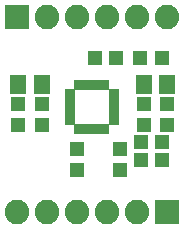
<source format=gts>
G75*
%MOIN*%
%OFA0B0*%
%FSLAX24Y24*%
%IPPOS*%
%LPD*%
%AMOC8*
5,1,8,0,0,1.08239X$1,22.5*
%
%ADD10R,0.0194X0.0356*%
%ADD11R,0.0356X0.0194*%
%ADD12R,0.0513X0.0474*%
%ADD13R,0.0474X0.0513*%
%ADD14R,0.0580X0.0330*%
%ADD15R,0.0820X0.0820*%
%ADD16C,0.0820*%
D10*
X002733Y003442D03*
X002930Y003442D03*
X003127Y003442D03*
X003323Y003442D03*
X003520Y003442D03*
X003717Y003442D03*
X003717Y004918D03*
X003520Y004918D03*
X003323Y004918D03*
X003127Y004918D03*
X002930Y004918D03*
X002733Y004918D03*
D11*
X002487Y004672D03*
X002487Y004475D03*
X002487Y004278D03*
X002487Y004082D03*
X002487Y003885D03*
X002487Y003688D03*
X003963Y003688D03*
X003963Y003885D03*
X003963Y004082D03*
X003963Y004278D03*
X003963Y004475D03*
X003963Y004672D03*
D12*
X004029Y005805D03*
X003321Y005805D03*
X004846Y005805D03*
X005554Y005805D03*
X005579Y003005D03*
X005579Y002430D03*
X004871Y002430D03*
X004871Y003005D03*
D13*
X004975Y003576D03*
X004975Y004284D03*
X005725Y004284D03*
X005725Y003576D03*
X004163Y002784D03*
X004163Y002076D03*
X002725Y002076D03*
X002725Y002784D03*
X001575Y003576D03*
X001575Y004284D03*
X000775Y004284D03*
X000775Y003576D03*
D14*
X000775Y004772D03*
X000775Y005092D03*
X001575Y005092D03*
X001575Y004772D03*
X004975Y004772D03*
X004975Y005092D03*
X005725Y005092D03*
X005725Y004772D03*
D15*
X005725Y000680D03*
X000725Y007180D03*
D16*
X000725Y000680D03*
X001725Y000680D03*
X002725Y000680D03*
X003725Y000680D03*
X004725Y000680D03*
X004725Y007180D03*
X005725Y007180D03*
X003725Y007180D03*
X002725Y007180D03*
X001725Y007180D03*
M02*

</source>
